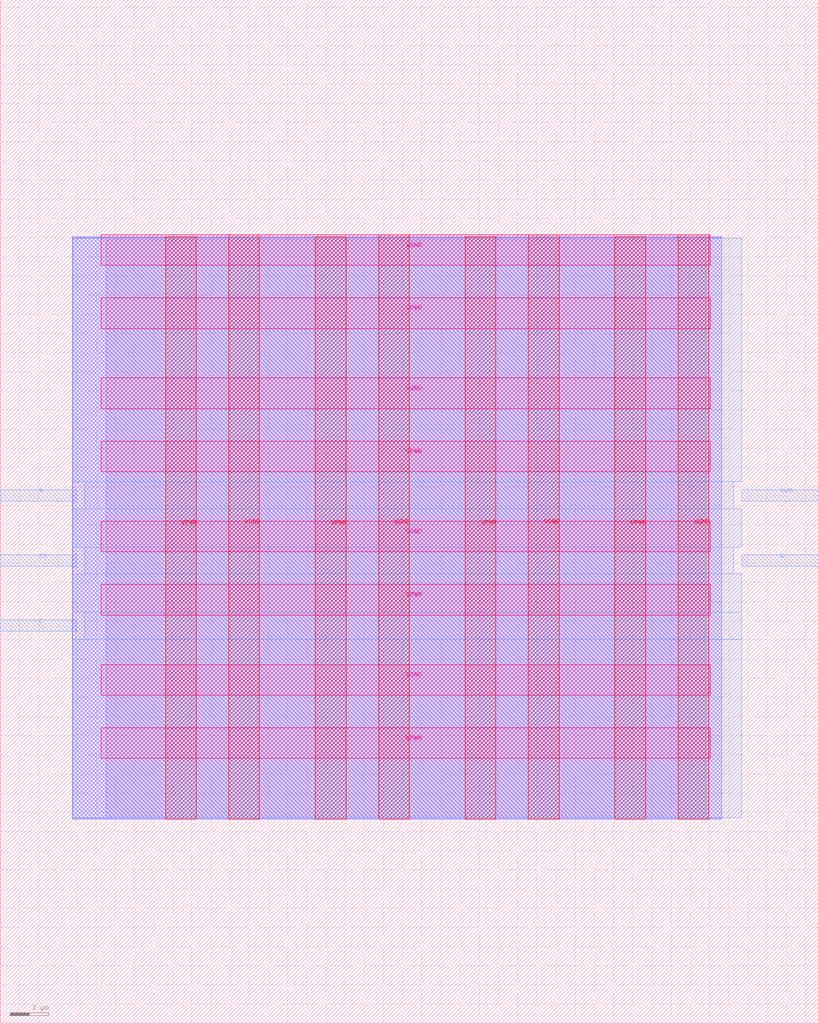
<source format=lef>
VERSION 5.7 ;
  NOWIREEXTENSIONATPIN ON ;
  DIVIDERCHAR "/" ;
  BUSBITCHARS "[]" ;
MACRO fa
  CLASS BLOCK ;
  FOREIGN fa ;
  ORIGIN 0.000 0.000 ;
  SIZE 42.675 BY 53.395 ;
  PIN VGND
    DIRECTION INOUT ;
    USE GROUND ;
    PORT
      LAYER met4 ;
        RECT 11.925 10.640 13.525 41.140 ;
    END
    PORT
      LAYER met4 ;
        RECT 19.740 10.640 21.340 41.140 ;
    END
    PORT
      LAYER met4 ;
        RECT 27.555 10.640 29.155 41.140 ;
    END
    PORT
      LAYER met4 ;
        RECT 35.370 10.640 36.970 41.140 ;
    END
    PORT
      LAYER met5 ;
        RECT 5.280 17.115 37.040 18.715 ;
    END
    PORT
      LAYER met5 ;
        RECT 5.280 24.590 37.040 26.190 ;
    END
    PORT
      LAYER met5 ;
        RECT 5.280 32.065 37.040 33.665 ;
    END
    PORT
      LAYER met5 ;
        RECT 5.280 39.540 37.040 41.140 ;
    END
  END VGND
  PIN VPWR
    DIRECTION INOUT ;
    USE POWER ;
    PORT
      LAYER met4 ;
        RECT 8.625 10.640 10.225 41.040 ;
    END
    PORT
      LAYER met4 ;
        RECT 16.440 10.640 18.040 41.040 ;
    END
    PORT
      LAYER met4 ;
        RECT 24.255 10.640 25.855 41.040 ;
    END
    PORT
      LAYER met4 ;
        RECT 32.070 10.640 33.670 41.040 ;
    END
    PORT
      LAYER met5 ;
        RECT 5.280 13.815 37.040 15.415 ;
    END
    PORT
      LAYER met5 ;
        RECT 5.280 21.290 37.040 22.890 ;
    END
    PORT
      LAYER met5 ;
        RECT 5.280 28.765 37.040 30.365 ;
    END
    PORT
      LAYER met5 ;
        RECT 5.280 36.240 37.040 37.840 ;
    END
  END VPWR
  PIN a
    DIRECTION INPUT ;
    USE SIGNAL ;
    ANTENNAGATEAREA 0.196500 ;
    PORT
      LAYER met3 ;
        RECT 0.000 27.240 4.000 27.840 ;
    END
  END a
  PIN b
    DIRECTION INPUT ;
    USE SIGNAL ;
    ANTENNAGATEAREA 0.196500 ;
    PORT
      LAYER met3 ;
        RECT 38.675 23.840 42.675 24.440 ;
    END
  END b
  PIN c
    DIRECTION INPUT ;
    USE SIGNAL ;
    ANTENNAGATEAREA 0.196500 ;
    PORT
      LAYER met3 ;
        RECT 0.000 20.440 4.000 21.040 ;
    END
  END c
  PIN co
    DIRECTION OUTPUT TRISTATE ;
    USE SIGNAL ;
    ANTENNADIFFAREA 0.795200 ;
    PORT
      LAYER met3 ;
        RECT 0.000 23.840 4.000 24.440 ;
    END
  END co
  PIN sum
    DIRECTION OUTPUT TRISTATE ;
    USE SIGNAL ;
    ANTENNADIFFAREA 0.795200 ;
    PORT
      LAYER met3 ;
        RECT 38.675 27.240 42.675 27.840 ;
    END
  END sum
  OBS
      LAYER li1 ;
        RECT 5.520 10.795 36.800 40.885 ;
      LAYER met1 ;
        RECT 3.750 10.640 37.650 41.040 ;
      LAYER met2 ;
        RECT 3.770 10.695 37.630 40.985 ;
      LAYER met3 ;
        RECT 3.745 28.240 38.675 40.965 ;
        RECT 4.400 26.840 38.275 28.240 ;
        RECT 3.745 24.840 38.675 26.840 ;
        RECT 4.400 23.440 38.275 24.840 ;
        RECT 3.745 21.440 38.675 23.440 ;
        RECT 4.400 20.040 38.675 21.440 ;
        RECT 3.745 10.715 38.675 20.040 ;
  END
END fa
END LIBRARY


</source>
